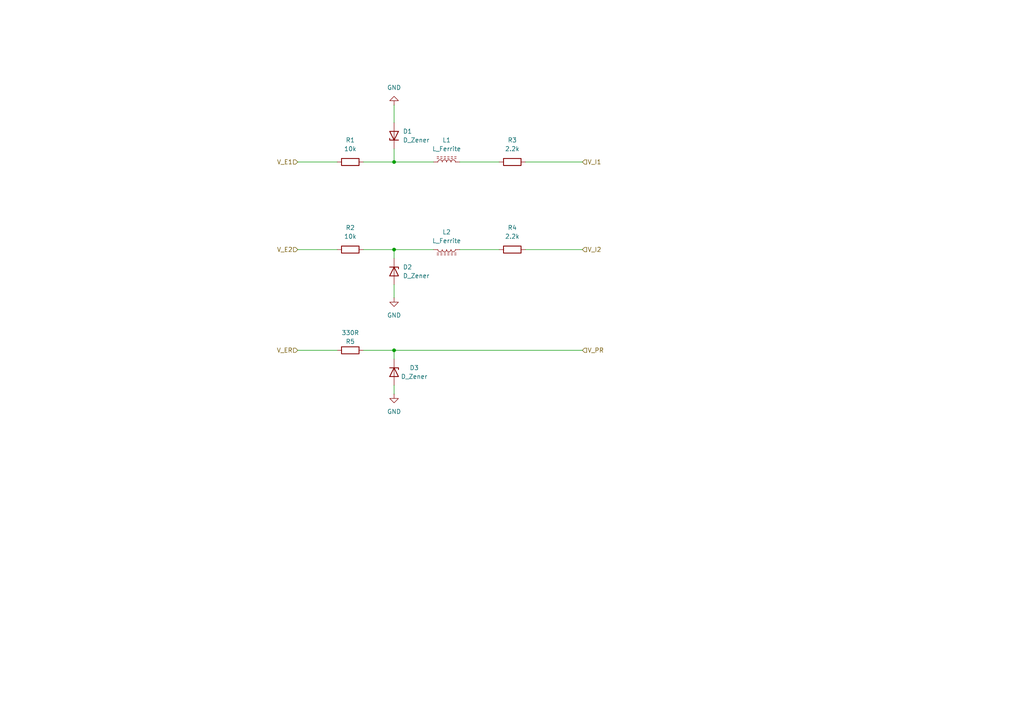
<source format=kicad_sch>
(kicad_sch
	(version 20231120)
	(generator "eeschema")
	(generator_version "8.0")
	(uuid "46faf2f7-b7be-4063-b992-ce567f636c72")
	(paper "A4")
	(lib_symbols
		(symbol "Device:D_Zener"
			(pin_numbers hide)
			(pin_names
				(offset 1.016) hide)
			(exclude_from_sim no)
			(in_bom yes)
			(on_board yes)
			(property "Reference" "D"
				(at 0 2.54 0)
				(effects
					(font
						(size 1.27 1.27)
					)
				)
			)
			(property "Value" "D_Zener"
				(at 0 -2.54 0)
				(effects
					(font
						(size 1.27 1.27)
					)
				)
			)
			(property "Footprint" ""
				(at 0 0 0)
				(effects
					(font
						(size 1.27 1.27)
					)
					(hide yes)
				)
			)
			(property "Datasheet" "~"
				(at 0 0 0)
				(effects
					(font
						(size 1.27 1.27)
					)
					(hide yes)
				)
			)
			(property "Description" "Zener diode"
				(at 0 0 0)
				(effects
					(font
						(size 1.27 1.27)
					)
					(hide yes)
				)
			)
			(property "ki_keywords" "diode"
				(at 0 0 0)
				(effects
					(font
						(size 1.27 1.27)
					)
					(hide yes)
				)
			)
			(property "ki_fp_filters" "TO-???* *_Diode_* *SingleDiode* D_*"
				(at 0 0 0)
				(effects
					(font
						(size 1.27 1.27)
					)
					(hide yes)
				)
			)
			(symbol "D_Zener_0_1"
				(polyline
					(pts
						(xy 1.27 0) (xy -1.27 0)
					)
					(stroke
						(width 0)
						(type default)
					)
					(fill
						(type none)
					)
				)
				(polyline
					(pts
						(xy -1.27 -1.27) (xy -1.27 1.27) (xy -0.762 1.27)
					)
					(stroke
						(width 0.254)
						(type default)
					)
					(fill
						(type none)
					)
				)
				(polyline
					(pts
						(xy 1.27 -1.27) (xy 1.27 1.27) (xy -1.27 0) (xy 1.27 -1.27)
					)
					(stroke
						(width 0.254)
						(type default)
					)
					(fill
						(type none)
					)
				)
			)
			(symbol "D_Zener_1_1"
				(pin passive line
					(at -3.81 0 0)
					(length 2.54)
					(name "K"
						(effects
							(font
								(size 1.27 1.27)
							)
						)
					)
					(number "1"
						(effects
							(font
								(size 1.27 1.27)
							)
						)
					)
				)
				(pin passive line
					(at 3.81 0 180)
					(length 2.54)
					(name "A"
						(effects
							(font
								(size 1.27 1.27)
							)
						)
					)
					(number "2"
						(effects
							(font
								(size 1.27 1.27)
							)
						)
					)
				)
			)
		)
		(symbol "Device:L_Ferrite"
			(pin_numbers hide)
			(pin_names
				(offset 1.016) hide)
			(exclude_from_sim no)
			(in_bom yes)
			(on_board yes)
			(property "Reference" "L"
				(at -1.27 0 90)
				(effects
					(font
						(size 1.27 1.27)
					)
				)
			)
			(property "Value" "L_Ferrite"
				(at 2.794 0 90)
				(effects
					(font
						(size 1.27 1.27)
					)
				)
			)
			(property "Footprint" ""
				(at 0 0 0)
				(effects
					(font
						(size 1.27 1.27)
					)
					(hide yes)
				)
			)
			(property "Datasheet" "~"
				(at 0 0 0)
				(effects
					(font
						(size 1.27 1.27)
					)
					(hide yes)
				)
			)
			(property "Description" "Inductor with ferrite core"
				(at 0 0 0)
				(effects
					(font
						(size 1.27 1.27)
					)
					(hide yes)
				)
			)
			(property "ki_keywords" "inductor choke coil reactor magnetic"
				(at 0 0 0)
				(effects
					(font
						(size 1.27 1.27)
					)
					(hide yes)
				)
			)
			(property "ki_fp_filters" "Choke_* *Coil* Inductor_* L_*"
				(at 0 0 0)
				(effects
					(font
						(size 1.27 1.27)
					)
					(hide yes)
				)
			)
			(symbol "L_Ferrite_0_1"
				(arc
					(start 0 -2.54)
					(mid 0.6323 -1.905)
					(end 0 -1.27)
					(stroke
						(width 0)
						(type default)
					)
					(fill
						(type none)
					)
				)
				(arc
					(start 0 -1.27)
					(mid 0.6323 -0.635)
					(end 0 0)
					(stroke
						(width 0)
						(type default)
					)
					(fill
						(type none)
					)
				)
				(polyline
					(pts
						(xy 1.016 -2.794) (xy 1.016 -2.286)
					)
					(stroke
						(width 0)
						(type default)
					)
					(fill
						(type none)
					)
				)
				(polyline
					(pts
						(xy 1.016 -1.778) (xy 1.016 -1.27)
					)
					(stroke
						(width 0)
						(type default)
					)
					(fill
						(type none)
					)
				)
				(polyline
					(pts
						(xy 1.016 -0.762) (xy 1.016 -0.254)
					)
					(stroke
						(width 0)
						(type default)
					)
					(fill
						(type none)
					)
				)
				(polyline
					(pts
						(xy 1.016 0.254) (xy 1.016 0.762)
					)
					(stroke
						(width 0)
						(type default)
					)
					(fill
						(type none)
					)
				)
				(polyline
					(pts
						(xy 1.016 1.27) (xy 1.016 1.778)
					)
					(stroke
						(width 0)
						(type default)
					)
					(fill
						(type none)
					)
				)
				(polyline
					(pts
						(xy 1.016 2.286) (xy 1.016 2.794)
					)
					(stroke
						(width 0)
						(type default)
					)
					(fill
						(type none)
					)
				)
				(polyline
					(pts
						(xy 1.524 -2.286) (xy 1.524 -2.794)
					)
					(stroke
						(width 0)
						(type default)
					)
					(fill
						(type none)
					)
				)
				(polyline
					(pts
						(xy 1.524 -1.27) (xy 1.524 -1.778)
					)
					(stroke
						(width 0)
						(type default)
					)
					(fill
						(type none)
					)
				)
				(polyline
					(pts
						(xy 1.524 -0.254) (xy 1.524 -0.762)
					)
					(stroke
						(width 0)
						(type default)
					)
					(fill
						(type none)
					)
				)
				(polyline
					(pts
						(xy 1.524 0.762) (xy 1.524 0.254)
					)
					(stroke
						(width 0)
						(type default)
					)
					(fill
						(type none)
					)
				)
				(polyline
					(pts
						(xy 1.524 1.778) (xy 1.524 1.27)
					)
					(stroke
						(width 0)
						(type default)
					)
					(fill
						(type none)
					)
				)
				(polyline
					(pts
						(xy 1.524 2.794) (xy 1.524 2.286)
					)
					(stroke
						(width 0)
						(type default)
					)
					(fill
						(type none)
					)
				)
				(arc
					(start 0 0)
					(mid 0.6323 0.635)
					(end 0 1.27)
					(stroke
						(width 0)
						(type default)
					)
					(fill
						(type none)
					)
				)
				(arc
					(start 0 1.27)
					(mid 0.6323 1.905)
					(end 0 2.54)
					(stroke
						(width 0)
						(type default)
					)
					(fill
						(type none)
					)
				)
			)
			(symbol "L_Ferrite_1_1"
				(pin passive line
					(at 0 3.81 270)
					(length 1.27)
					(name "1"
						(effects
							(font
								(size 1.27 1.27)
							)
						)
					)
					(number "1"
						(effects
							(font
								(size 1.27 1.27)
							)
						)
					)
				)
				(pin passive line
					(at 0 -3.81 90)
					(length 1.27)
					(name "2"
						(effects
							(font
								(size 1.27 1.27)
							)
						)
					)
					(number "2"
						(effects
							(font
								(size 1.27 1.27)
							)
						)
					)
				)
			)
		)
		(symbol "Device:R"
			(pin_numbers hide)
			(pin_names
				(offset 0)
			)
			(exclude_from_sim no)
			(in_bom yes)
			(on_board yes)
			(property "Reference" "R"
				(at 2.032 0 90)
				(effects
					(font
						(size 1.27 1.27)
					)
				)
			)
			(property "Value" "R"
				(at 0 0 90)
				(effects
					(font
						(size 1.27 1.27)
					)
				)
			)
			(property "Footprint" ""
				(at -1.778 0 90)
				(effects
					(font
						(size 1.27 1.27)
					)
					(hide yes)
				)
			)
			(property "Datasheet" "~"
				(at 0 0 0)
				(effects
					(font
						(size 1.27 1.27)
					)
					(hide yes)
				)
			)
			(property "Description" "Resistor"
				(at 0 0 0)
				(effects
					(font
						(size 1.27 1.27)
					)
					(hide yes)
				)
			)
			(property "ki_keywords" "R res resistor"
				(at 0 0 0)
				(effects
					(font
						(size 1.27 1.27)
					)
					(hide yes)
				)
			)
			(property "ki_fp_filters" "R_*"
				(at 0 0 0)
				(effects
					(font
						(size 1.27 1.27)
					)
					(hide yes)
				)
			)
			(symbol "R_0_1"
				(rectangle
					(start -1.016 -2.54)
					(end 1.016 2.54)
					(stroke
						(width 0.254)
						(type default)
					)
					(fill
						(type none)
					)
				)
			)
			(symbol "R_1_1"
				(pin passive line
					(at 0 3.81 270)
					(length 1.27)
					(name "~"
						(effects
							(font
								(size 1.27 1.27)
							)
						)
					)
					(number "1"
						(effects
							(font
								(size 1.27 1.27)
							)
						)
					)
				)
				(pin passive line
					(at 0 -3.81 90)
					(length 1.27)
					(name "~"
						(effects
							(font
								(size 1.27 1.27)
							)
						)
					)
					(number "2"
						(effects
							(font
								(size 1.27 1.27)
							)
						)
					)
				)
			)
		)
		(symbol "power:GND"
			(power)
			(pin_numbers hide)
			(pin_names
				(offset 0) hide)
			(exclude_from_sim no)
			(in_bom yes)
			(on_board yes)
			(property "Reference" "#PWR"
				(at 0 -6.35 0)
				(effects
					(font
						(size 1.27 1.27)
					)
					(hide yes)
				)
			)
			(property "Value" "GND"
				(at 0 -3.81 0)
				(effects
					(font
						(size 1.27 1.27)
					)
				)
			)
			(property "Footprint" ""
				(at 0 0 0)
				(effects
					(font
						(size 1.27 1.27)
					)
					(hide yes)
				)
			)
			(property "Datasheet" ""
				(at 0 0 0)
				(effects
					(font
						(size 1.27 1.27)
					)
					(hide yes)
				)
			)
			(property "Description" "Power symbol creates a global label with name \"GND\" , ground"
				(at 0 0 0)
				(effects
					(font
						(size 1.27 1.27)
					)
					(hide yes)
				)
			)
			(property "ki_keywords" "global power"
				(at 0 0 0)
				(effects
					(font
						(size 1.27 1.27)
					)
					(hide yes)
				)
			)
			(symbol "GND_0_1"
				(polyline
					(pts
						(xy 0 0) (xy 0 -1.27) (xy 1.27 -1.27) (xy 0 -2.54) (xy -1.27 -1.27) (xy 0 -1.27)
					)
					(stroke
						(width 0)
						(type default)
					)
					(fill
						(type none)
					)
				)
			)
			(symbol "GND_1_1"
				(pin power_in line
					(at 0 0 270)
					(length 0)
					(name "~"
						(effects
							(font
								(size 1.27 1.27)
							)
						)
					)
					(number "1"
						(effects
							(font
								(size 1.27 1.27)
							)
						)
					)
				)
			)
		)
	)
	(junction
		(at 114.3 101.6)
		(diameter 0)
		(color 0 0 0 0)
		(uuid "24653e62-064e-4da4-b888-63957c02d5b4")
	)
	(junction
		(at 114.3 46.99)
		(diameter 0)
		(color 0 0 0 0)
		(uuid "71aa34f4-072e-4515-9d9f-9bec8bc7e4bf")
	)
	(junction
		(at 114.3 72.39)
		(diameter 0)
		(color 0 0 0 0)
		(uuid "73ea0473-e0a0-43fc-b739-07aa4e23ed84")
	)
	(wire
		(pts
			(xy 114.3 111.76) (xy 114.3 114.3)
		)
		(stroke
			(width 0)
			(type default)
		)
		(uuid "00036b37-5ea3-4371-8199-85dc52bf69a5")
	)
	(wire
		(pts
			(xy 114.3 101.6) (xy 168.91 101.6)
		)
		(stroke
			(width 0)
			(type default)
		)
		(uuid "09364295-050a-4d51-ae99-2f5109c4b745")
	)
	(wire
		(pts
			(xy 86.36 72.39) (xy 97.79 72.39)
		)
		(stroke
			(width 0)
			(type default)
		)
		(uuid "148dc9c6-5936-4331-acd3-fdbcb0cd0b27")
	)
	(wire
		(pts
			(xy 105.41 101.6) (xy 114.3 101.6)
		)
		(stroke
			(width 0)
			(type default)
		)
		(uuid "1815f0e2-519e-4b5b-b37f-2ac7dffd8bfa")
	)
	(wire
		(pts
			(xy 86.36 101.6) (xy 97.79 101.6)
		)
		(stroke
			(width 0)
			(type default)
		)
		(uuid "1ec3c614-fe6f-4111-b62e-dc123d9a112c")
	)
	(wire
		(pts
			(xy 105.41 46.99) (xy 114.3 46.99)
		)
		(stroke
			(width 0)
			(type default)
		)
		(uuid "332f1b4a-0334-468e-b915-e7274a0df1fa")
	)
	(wire
		(pts
			(xy 114.3 104.14) (xy 114.3 101.6)
		)
		(stroke
			(width 0)
			(type default)
		)
		(uuid "3de719b7-c027-417b-9341-1b8c3cbd0023")
	)
	(wire
		(pts
			(xy 105.41 72.39) (xy 114.3 72.39)
		)
		(stroke
			(width 0)
			(type default)
		)
		(uuid "4af95765-d74e-4998-a585-6d76ede271b6")
	)
	(wire
		(pts
			(xy 86.36 46.99) (xy 97.79 46.99)
		)
		(stroke
			(width 0)
			(type default)
		)
		(uuid "5664c0fa-b43a-42e1-8f85-f20debae86ab")
	)
	(wire
		(pts
			(xy 152.4 46.99) (xy 168.91 46.99)
		)
		(stroke
			(width 0)
			(type default)
		)
		(uuid "7ddaed1d-9c59-431f-a85f-f8178a43628b")
	)
	(wire
		(pts
			(xy 114.3 43.18) (xy 114.3 46.99)
		)
		(stroke
			(width 0)
			(type default)
		)
		(uuid "8fff3d11-7c72-40e6-8d17-ed0bd36cc415")
	)
	(wire
		(pts
			(xy 114.3 72.39) (xy 125.73 72.39)
		)
		(stroke
			(width 0)
			(type default)
		)
		(uuid "90e54540-62de-4675-8014-9f2ac38d270b")
	)
	(wire
		(pts
			(xy 114.3 86.36) (xy 114.3 82.55)
		)
		(stroke
			(width 0)
			(type default)
		)
		(uuid "a0201e9d-66fa-4337-aaf0-91edde5ceda9")
	)
	(wire
		(pts
			(xy 114.3 30.48) (xy 114.3 35.56)
		)
		(stroke
			(width 0)
			(type default)
		)
		(uuid "a1f2e983-2c3b-41df-86d3-d655f41cf860")
	)
	(wire
		(pts
			(xy 114.3 46.99) (xy 125.73 46.99)
		)
		(stroke
			(width 0)
			(type default)
		)
		(uuid "ae0a7f44-d87b-406e-8203-3cc9b8c30695")
	)
	(wire
		(pts
			(xy 152.4 72.39) (xy 168.91 72.39)
		)
		(stroke
			(width 0)
			(type default)
		)
		(uuid "afc78831-e347-491f-947b-d7a530e8a359")
	)
	(wire
		(pts
			(xy 114.3 72.39) (xy 114.3 74.93)
		)
		(stroke
			(width 0)
			(type default)
		)
		(uuid "e9d0f526-df86-4837-a1ac-f89ba30f8491")
	)
	(wire
		(pts
			(xy 133.35 72.39) (xy 144.78 72.39)
		)
		(stroke
			(width 0)
			(type default)
		)
		(uuid "fd169e6f-b108-4557-94bb-ea25e4a65c64")
	)
	(wire
		(pts
			(xy 133.35 46.99) (xy 144.78 46.99)
		)
		(stroke
			(width 0)
			(type default)
		)
		(uuid "ff2639ff-c5ee-4855-9a54-377788f909b3")
	)
	(hierarchical_label "V_I2"
		(shape input)
		(at 168.91 72.39 0)
		(fields_autoplaced yes)
		(effects
			(font
				(size 1.27 1.27)
			)
			(justify left)
		)
		(uuid "274e4811-b296-4fbe-9a37-a69072b7b74d")
	)
	(hierarchical_label "V_PR"
		(shape input)
		(at 168.91 101.6 0)
		(fields_autoplaced yes)
		(effects
			(font
				(size 1.27 1.27)
			)
			(justify left)
		)
		(uuid "2fdcf4e0-cad8-41fc-ac2c-24a8865e6071")
	)
	(hierarchical_label "V_E1"
		(shape input)
		(at 86.36 46.99 180)
		(fields_autoplaced yes)
		(effects
			(font
				(size 1.27 1.27)
			)
			(justify right)
		)
		(uuid "a7fa97ec-018c-468a-9650-46cff2a8e3af")
	)
	(hierarchical_label "V_E2"
		(shape input)
		(at 86.36 72.39 180)
		(fields_autoplaced yes)
		(effects
			(font
				(size 1.27 1.27)
			)
			(justify right)
		)
		(uuid "b0547fb1-a3b3-4738-913f-6a8a6f20cce5")
	)
	(hierarchical_label "V_I1"
		(shape input)
		(at 168.91 46.99 0)
		(fields_autoplaced yes)
		(effects
			(font
				(size 1.27 1.27)
			)
			(justify left)
		)
		(uuid "c79b1a17-6c90-4336-b59b-596502713848")
	)
	(hierarchical_label "V_ER"
		(shape input)
		(at 86.36 101.6 180)
		(fields_autoplaced yes)
		(effects
			(font
				(size 1.27 1.27)
			)
			(justify right)
		)
		(uuid "ec2d1682-5628-4317-a02a-9fb971dfbc57")
	)
	(symbol
		(lib_id "power:GND")
		(at 114.3 86.36 0)
		(unit 1)
		(exclude_from_sim no)
		(in_bom yes)
		(on_board yes)
		(dnp no)
		(fields_autoplaced yes)
		(uuid "061e3de3-30ba-4791-9487-91c2a5cef962")
		(property "Reference" "#PWR07"
			(at 114.3 92.71 0)
			(effects
				(font
					(size 1.27 1.27)
				)
				(hide yes)
			)
		)
		(property "Value" "GND"
			(at 114.3 91.44 0)
			(effects
				(font
					(size 1.27 1.27)
				)
			)
		)
		(property "Footprint" ""
			(at 114.3 86.36 0)
			(effects
				(font
					(size 1.27 1.27)
				)
				(hide yes)
			)
		)
		(property "Datasheet" ""
			(at 114.3 86.36 0)
			(effects
				(font
					(size 1.27 1.27)
				)
				(hide yes)
			)
		)
		(property "Description" "Power symbol creates a global label with name \"GND\" , ground"
			(at 114.3 86.36 0)
			(effects
				(font
					(size 1.27 1.27)
				)
				(hide yes)
			)
		)
		(pin "1"
			(uuid "0ce00b5e-aa50-4020-8b6c-98ed8c54b904")
		)
		(instances
			(project "EMG_amplifier"
				(path "/26861adc-1ddf-4c37-9f8b-8db1c0839771/5ea975e8-3227-4877-bc8b-ac5d6b7605f1"
					(reference "#PWR07")
					(unit 1)
				)
			)
		)
	)
	(symbol
		(lib_id "Device:D_Zener")
		(at 114.3 107.95 270)
		(unit 1)
		(exclude_from_sim no)
		(in_bom yes)
		(on_board yes)
		(dnp no)
		(uuid "2f95bd15-874d-47b2-9f40-f31b51b6714d")
		(property "Reference" "D3"
			(at 120.142 106.68 90)
			(effects
				(font
					(size 1.27 1.27)
				)
			)
		)
		(property "Value" "D_Zener"
			(at 120.142 109.22 90)
			(effects
				(font
					(size 1.27 1.27)
				)
			)
		)
		(property "Footprint" "Diode_SMD:D_SOD-523"
			(at 114.3 107.95 0)
			(effects
				(font
					(size 1.27 1.27)
				)
				(hide yes)
			)
		)
		(property "Datasheet" "~"
			(at 114.3 107.95 0)
			(effects
				(font
					(size 1.27 1.27)
				)
				(hide yes)
			)
		)
		(property "Description" "Zener diode"
			(at 114.3 107.95 0)
			(effects
				(font
					(size 1.27 1.27)
				)
				(hide yes)
			)
		)
		(pin "2"
			(uuid "158aabcb-f3e7-4ef1-a48a-a829e35d0b17")
		)
		(pin "1"
			(uuid "e43cbf00-b5a8-4e0d-931b-4d230a594060")
		)
		(instances
			(project "EMG_amplifier"
				(path "/26861adc-1ddf-4c37-9f8b-8db1c0839771/5ea975e8-3227-4877-bc8b-ac5d6b7605f1"
					(reference "D3")
					(unit 1)
				)
			)
		)
	)
	(symbol
		(lib_id "Device:R")
		(at 101.6 101.6 90)
		(unit 1)
		(exclude_from_sim no)
		(in_bom yes)
		(on_board yes)
		(dnp no)
		(uuid "4ed98ba0-7b66-444f-8da4-59c947cf2e74")
		(property "Reference" "R5"
			(at 101.6 99.06 90)
			(effects
				(font
					(size 1.27 1.27)
				)
			)
		)
		(property "Value" "330R"
			(at 101.6 96.52 90)
			(effects
				(font
					(size 1.27 1.27)
				)
			)
		)
		(property "Footprint" "Resistor_SMD:R_0402_1005Metric"
			(at 101.6 103.378 90)
			(effects
				(font
					(size 1.27 1.27)
				)
				(hide yes)
			)
		)
		(property "Datasheet" "~"
			(at 101.6 101.6 0)
			(effects
				(font
					(size 1.27 1.27)
				)
				(hide yes)
			)
		)
		(property "Description" "Resistor"
			(at 101.6 101.6 0)
			(effects
				(font
					(size 1.27 1.27)
				)
				(hide yes)
			)
		)
		(pin "1"
			(uuid "a2467746-009f-4af4-bb3e-bae1e895df49")
		)
		(pin "2"
			(uuid "8c09f101-9a26-4947-9495-7587bf5cf139")
		)
		(instances
			(project "EMG_amplifier"
				(path "/26861adc-1ddf-4c37-9f8b-8db1c0839771/5ea975e8-3227-4877-bc8b-ac5d6b7605f1"
					(reference "R5")
					(unit 1)
				)
			)
		)
	)
	(symbol
		(lib_id "Device:L_Ferrite")
		(at 129.54 46.99 90)
		(unit 1)
		(exclude_from_sim no)
		(in_bom yes)
		(on_board yes)
		(dnp no)
		(fields_autoplaced yes)
		(uuid "5bc591d4-5e98-47da-8bce-ab260061b28d")
		(property "Reference" "L1"
			(at 129.54 40.64 90)
			(effects
				(font
					(size 1.27 1.27)
				)
			)
		)
		(property "Value" "L_Ferrite"
			(at 129.54 43.18 90)
			(effects
				(font
					(size 1.27 1.27)
				)
			)
		)
		(property "Footprint" "BLM15AX102SN1D_footprints:IND_BLM15_1P05X0P55X0P55_MUR"
			(at 129.54 46.99 0)
			(effects
				(font
					(size 1.27 1.27)
				)
				(hide yes)
			)
		)
		(property "Datasheet" "~"
			(at 129.54 46.99 0)
			(effects
				(font
					(size 1.27 1.27)
				)
				(hide yes)
			)
		)
		(property "Description" "Inductor with ferrite core"
			(at 129.54 46.99 0)
			(effects
				(font
					(size 1.27 1.27)
				)
				(hide yes)
			)
		)
		(pin "2"
			(uuid "5142c4c7-cc63-4f18-8c06-adbfa6821d57")
		)
		(pin "1"
			(uuid "035b2404-95de-4f52-8ce0-8b7da6efc158")
		)
		(instances
			(project "EMG_amplifier"
				(path "/26861adc-1ddf-4c37-9f8b-8db1c0839771/5ea975e8-3227-4877-bc8b-ac5d6b7605f1"
					(reference "L1")
					(unit 1)
				)
			)
		)
	)
	(symbol
		(lib_id "Device:D_Zener")
		(at 114.3 78.74 270)
		(unit 1)
		(exclude_from_sim no)
		(in_bom yes)
		(on_board yes)
		(dnp no)
		(fields_autoplaced yes)
		(uuid "71dd4124-55bb-4683-b425-c67934142d97")
		(property "Reference" "D2"
			(at 116.84 77.4699 90)
			(effects
				(font
					(size 1.27 1.27)
				)
				(justify left)
			)
		)
		(property "Value" "D_Zener"
			(at 116.84 80.0099 90)
			(effects
				(font
					(size 1.27 1.27)
				)
				(justify left)
			)
		)
		(property "Footprint" "Diode_SMD:D_SOD-523"
			(at 114.3 78.74 0)
			(effects
				(font
					(size 1.27 1.27)
				)
				(hide yes)
			)
		)
		(property "Datasheet" "~"
			(at 114.3 78.74 0)
			(effects
				(font
					(size 1.27 1.27)
				)
				(hide yes)
			)
		)
		(property "Description" "Zener diode"
			(at 114.3 78.74 0)
			(effects
				(font
					(size 1.27 1.27)
				)
				(hide yes)
			)
		)
		(pin "2"
			(uuid "fa605edb-c354-49be-8625-47d5efa43a18")
		)
		(pin "1"
			(uuid "b46d0ea1-7765-4740-b27f-e0aa3728b400")
		)
		(instances
			(project "EMG_amplifier"
				(path "/26861adc-1ddf-4c37-9f8b-8db1c0839771/5ea975e8-3227-4877-bc8b-ac5d6b7605f1"
					(reference "D2")
					(unit 1)
				)
			)
		)
	)
	(symbol
		(lib_id "Device:R")
		(at 148.59 72.39 90)
		(unit 1)
		(exclude_from_sim no)
		(in_bom yes)
		(on_board yes)
		(dnp no)
		(fields_autoplaced yes)
		(uuid "85054da6-4130-4a6c-a019-8214251a8666")
		(property "Reference" "R4"
			(at 148.59 66.04 90)
			(effects
				(font
					(size 1.27 1.27)
				)
			)
		)
		(property "Value" "2.2k"
			(at 148.59 68.58 90)
			(effects
				(font
					(size 1.27 1.27)
				)
			)
		)
		(property "Footprint" "Resistor_SMD:R_0402_1005Metric"
			(at 148.59 74.168 90)
			(effects
				(font
					(size 1.27 1.27)
				)
				(hide yes)
			)
		)
		(property "Datasheet" "~"
			(at 148.59 72.39 0)
			(effects
				(font
					(size 1.27 1.27)
				)
				(hide yes)
			)
		)
		(property "Description" "Resistor"
			(at 148.59 72.39 0)
			(effects
				(font
					(size 1.27 1.27)
				)
				(hide yes)
			)
		)
		(pin "1"
			(uuid "dcfdf69a-3684-4748-9d54-50e304c86380")
		)
		(pin "2"
			(uuid "0bafa449-d342-4eaf-87c9-fcc7c4f14609")
		)
		(instances
			(project "EMG_amplifier"
				(path "/26861adc-1ddf-4c37-9f8b-8db1c0839771/5ea975e8-3227-4877-bc8b-ac5d6b7605f1"
					(reference "R4")
					(unit 1)
				)
			)
		)
	)
	(symbol
		(lib_id "Device:D_Zener")
		(at 114.3 39.37 90)
		(unit 1)
		(exclude_from_sim no)
		(in_bom yes)
		(on_board yes)
		(dnp no)
		(fields_autoplaced yes)
		(uuid "935e375c-440c-4bf1-9fb9-4f3e358a2d6b")
		(property "Reference" "D1"
			(at 116.84 38.0999 90)
			(effects
				(font
					(size 1.27 1.27)
				)
				(justify right)
			)
		)
		(property "Value" "D_Zener"
			(at 116.84 40.6399 90)
			(effects
				(font
					(size 1.27 1.27)
				)
				(justify right)
			)
		)
		(property "Footprint" "Diode_SMD:D_SOD-523"
			(at 114.3 39.37 0)
			(effects
				(font
					(size 1.27 1.27)
				)
				(hide yes)
			)
		)
		(property "Datasheet" "~"
			(at 114.3 39.37 0)
			(effects
				(font
					(size 1.27 1.27)
				)
				(hide yes)
			)
		)
		(property "Description" "Zener diode"
			(at 114.3 39.37 0)
			(effects
				(font
					(size 1.27 1.27)
				)
				(hide yes)
			)
		)
		(pin "2"
			(uuid "cf4a6ddc-0271-46db-8138-c55eb9ade935")
		)
		(pin "1"
			(uuid "f07a3454-2a39-4b21-acb3-7a3abab6d27c")
		)
		(instances
			(project "EMG_amplifier"
				(path "/26861adc-1ddf-4c37-9f8b-8db1c0839771/5ea975e8-3227-4877-bc8b-ac5d6b7605f1"
					(reference "D1")
					(unit 1)
				)
			)
		)
	)
	(symbol
		(lib_id "Device:L_Ferrite")
		(at 129.54 72.39 270)
		(unit 1)
		(exclude_from_sim no)
		(in_bom yes)
		(on_board yes)
		(dnp no)
		(fields_autoplaced yes)
		(uuid "9860743e-1474-4bae-b5b5-a64110f88570")
		(property "Reference" "L2"
			(at 129.54 67.31 90)
			(effects
				(font
					(size 1.27 1.27)
				)
			)
		)
		(property "Value" "L_Ferrite"
			(at 129.54 69.85 90)
			(effects
				(font
					(size 1.27 1.27)
				)
			)
		)
		(property "Footprint" "BLM15AX102SN1D_footprints:IND_BLM15_1P05X0P55X0P55_MUR"
			(at 129.54 72.39 0)
			(effects
				(font
					(size 1.27 1.27)
				)
				(hide yes)
			)
		)
		(property "Datasheet" "~"
			(at 129.54 72.39 0)
			(effects
				(font
					(size 1.27 1.27)
				)
				(hide yes)
			)
		)
		(property "Description" "Inductor with ferrite core"
			(at 129.54 72.39 0)
			(effects
				(font
					(size 1.27 1.27)
				)
				(hide yes)
			)
		)
		(pin "2"
			(uuid "7daeb5de-1f5d-4265-96a1-53e22e0d4fac")
		)
		(pin "1"
			(uuid "2648581c-682a-4408-9c76-3f9104e1f189")
		)
		(instances
			(project "EMG_amplifier"
				(path "/26861adc-1ddf-4c37-9f8b-8db1c0839771/5ea975e8-3227-4877-bc8b-ac5d6b7605f1"
					(reference "L2")
					(unit 1)
				)
			)
		)
	)
	(symbol
		(lib_id "power:GND")
		(at 114.3 30.48 180)
		(unit 1)
		(exclude_from_sim no)
		(in_bom yes)
		(on_board yes)
		(dnp no)
		(fields_autoplaced yes)
		(uuid "a1b60f50-230f-487b-bd99-bebf013e1a2d")
		(property "Reference" "#PWR06"
			(at 114.3 24.13 0)
			(effects
				(font
					(size 1.27 1.27)
				)
				(hide yes)
			)
		)
		(property "Value" "GND"
			(at 114.3 25.4 0)
			(effects
				(font
					(size 1.27 1.27)
				)
			)
		)
		(property "Footprint" ""
			(at 114.3 30.48 0)
			(effects
				(font
					(size 1.27 1.27)
				)
				(hide yes)
			)
		)
		(property "Datasheet" ""
			(at 114.3 30.48 0)
			(effects
				(font
					(size 1.27 1.27)
				)
				(hide yes)
			)
		)
		(property "Description" "Power symbol creates a global label with name \"GND\" , ground"
			(at 114.3 30.48 0)
			(effects
				(font
					(size 1.27 1.27)
				)
				(hide yes)
			)
		)
		(pin "1"
			(uuid "68d12094-d1e8-44ce-9bcc-bc59a188588b")
		)
		(instances
			(project "EMG_amplifier"
				(path "/26861adc-1ddf-4c37-9f8b-8db1c0839771/5ea975e8-3227-4877-bc8b-ac5d6b7605f1"
					(reference "#PWR06")
					(unit 1)
				)
			)
		)
	)
	(symbol
		(lib_id "power:GND")
		(at 114.3 114.3 0)
		(unit 1)
		(exclude_from_sim no)
		(in_bom yes)
		(on_board yes)
		(dnp no)
		(fields_autoplaced yes)
		(uuid "a72b44c0-47e9-4f29-ae3a-f2479afe24c7")
		(property "Reference" "#PWR01"
			(at 114.3 120.65 0)
			(effects
				(font
					(size 1.27 1.27)
				)
				(hide yes)
			)
		)
		(property "Value" "GND"
			(at 114.3 119.38 0)
			(effects
				(font
					(size 1.27 1.27)
				)
			)
		)
		(property "Footprint" ""
			(at 114.3 114.3 0)
			(effects
				(font
					(size 1.27 1.27)
				)
				(hide yes)
			)
		)
		(property "Datasheet" ""
			(at 114.3 114.3 0)
			(effects
				(font
					(size 1.27 1.27)
				)
				(hide yes)
			)
		)
		(property "Description" "Power symbol creates a global label with name \"GND\" , ground"
			(at 114.3 114.3 0)
			(effects
				(font
					(size 1.27 1.27)
				)
				(hide yes)
			)
		)
		(pin "1"
			(uuid "e4c63fd0-2f22-4719-aafa-11867beed82f")
		)
		(instances
			(project "EMG_amplifier"
				(path "/26861adc-1ddf-4c37-9f8b-8db1c0839771/5ea975e8-3227-4877-bc8b-ac5d6b7605f1"
					(reference "#PWR01")
					(unit 1)
				)
			)
		)
	)
	(symbol
		(lib_id "Device:R")
		(at 148.59 46.99 90)
		(unit 1)
		(exclude_from_sim no)
		(in_bom yes)
		(on_board yes)
		(dnp no)
		(fields_autoplaced yes)
		(uuid "c1fccf04-ca84-498f-a836-54994ea54cf1")
		(property "Reference" "R3"
			(at 148.59 40.64 90)
			(effects
				(font
					(size 1.27 1.27)
				)
			)
		)
		(property "Value" "2.2k"
			(at 148.59 43.18 90)
			(effects
				(font
					(size 1.27 1.27)
				)
			)
		)
		(property "Footprint" "Resistor_SMD:R_0402_1005Metric"
			(at 148.59 48.768 90)
			(effects
				(font
					(size 1.27 1.27)
				)
				(hide yes)
			)
		)
		(property "Datasheet" "~"
			(at 148.59 46.99 0)
			(effects
				(font
					(size 1.27 1.27)
				)
				(hide yes)
			)
		)
		(property "Description" "Resistor"
			(at 148.59 46.99 0)
			(effects
				(font
					(size 1.27 1.27)
				)
				(hide yes)
			)
		)
		(pin "1"
			(uuid "0759ff3e-75e7-4bba-afc1-b26cb96eeb4c")
		)
		(pin "2"
			(uuid "9c6928a8-3128-4bd1-bdb5-64284a49f6a2")
		)
		(instances
			(project "EMG_amplifier"
				(path "/26861adc-1ddf-4c37-9f8b-8db1c0839771/5ea975e8-3227-4877-bc8b-ac5d6b7605f1"
					(reference "R3")
					(unit 1)
				)
			)
		)
	)
	(symbol
		(lib_id "Device:R")
		(at 101.6 46.99 90)
		(unit 1)
		(exclude_from_sim no)
		(in_bom yes)
		(on_board yes)
		(dnp no)
		(fields_autoplaced yes)
		(uuid "cb396cd7-7a23-4a21-9bfc-c3813817748b")
		(property "Reference" "R1"
			(at 101.6 40.64 90)
			(effects
				(font
					(size 1.27 1.27)
				)
			)
		)
		(property "Value" "10k"
			(at 101.6 43.18 90)
			(effects
				(font
					(size 1.27 1.27)
				)
			)
		)
		(property "Footprint" "Resistor_SMD:R_0402_1005Metric"
			(at 101.6 48.768 90)
			(effects
				(font
					(size 1.27 1.27)
				)
				(hide yes)
			)
		)
		(property "Datasheet" "~"
			(at 101.6 46.99 0)
			(effects
				(font
					(size 1.27 1.27)
				)
				(hide yes)
			)
		)
		(property "Description" "Resistor"
			(at 101.6 46.99 0)
			(effects
				(font
					(size 1.27 1.27)
				)
				(hide yes)
			)
		)
		(pin "1"
			(uuid "aa77a98c-ce33-4352-84ab-0885fb65c361")
		)
		(pin "2"
			(uuid "c0591d60-7177-44d8-9a7d-e5de318eb48c")
		)
		(instances
			(project "EMG_amplifier"
				(path "/26861adc-1ddf-4c37-9f8b-8db1c0839771/5ea975e8-3227-4877-bc8b-ac5d6b7605f1"
					(reference "R1")
					(unit 1)
				)
			)
		)
	)
	(symbol
		(lib_id "Device:R")
		(at 101.6 72.39 90)
		(unit 1)
		(exclude_from_sim no)
		(in_bom yes)
		(on_board yes)
		(dnp no)
		(fields_autoplaced yes)
		(uuid "db3c30b3-c2ae-4853-bade-e74b08d236e1")
		(property "Reference" "R2"
			(at 101.6 66.04 90)
			(effects
				(font
					(size 1.27 1.27)
				)
			)
		)
		(property "Value" "10k"
			(at 101.6 68.58 90)
			(effects
				(font
					(size 1.27 1.27)
				)
			)
		)
		(property "Footprint" "Resistor_SMD:R_0402_1005Metric"
			(at 101.6 74.168 90)
			(effects
				(font
					(size 1.27 1.27)
				)
				(hide yes)
			)
		)
		(property "Datasheet" "~"
			(at 101.6 72.39 0)
			(effects
				(font
					(size 1.27 1.27)
				)
				(hide yes)
			)
		)
		(property "Description" "Resistor"
			(at 101.6 72.39 0)
			(effects
				(font
					(size 1.27 1.27)
				)
				(hide yes)
			)
		)
		(pin "1"
			(uuid "7bd1f3af-d6e9-4d31-b09d-81485133df85")
		)
		(pin "2"
			(uuid "262d926d-b0ab-41db-b64b-90e453ed0bfb")
		)
		(instances
			(project "EMG_amplifier"
				(path "/26861adc-1ddf-4c37-9f8b-8db1c0839771/5ea975e8-3227-4877-bc8b-ac5d6b7605f1"
					(reference "R2")
					(unit 1)
				)
			)
		)
	)
)

</source>
